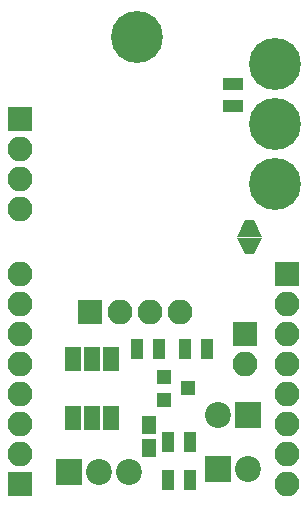
<source format=gbr>
G04 #@! TF.GenerationSoftware,KiCad,Pcbnew,5.0.0*
G04 #@! TF.CreationDate,2018-07-28T11:39:45+02:00*
G04 #@! TF.ProjectId,PTL-IR_remote,50544C2D49525F72656D6F74652E6B69,v1.1*
G04 #@! TF.SameCoordinates,Original*
G04 #@! TF.FileFunction,Soldermask,Top*
G04 #@! TF.FilePolarity,Negative*
%FSLAX46Y46*%
G04 Gerber Fmt 4.6, Leading zero omitted, Abs format (unit mm)*
G04 Created by KiCad (PCBNEW 5.0.0) date Sat Jul 28 11:39:45 2018*
%MOMM*%
%LPD*%
G01*
G04 APERTURE LIST*
%ADD10R,1.100000X1.700000*%
%ADD11R,1.400000X2.000000*%
%ADD12C,4.400500*%
%ADD13R,1.150000X1.600000*%
%ADD14C,1.294426*%
%ADD15C,0.100000*%
%ADD16R,1.700000X1.100000*%
%ADD17R,2.200000X2.200000*%
%ADD18C,2.200000*%
%ADD19R,1.300000X1.200000*%
%ADD20R,2.100000X2.100000*%
%ADD21O,2.100000X2.100000*%
G04 APERTURE END LIST*
D10*
G04 #@! TO.C,D3*
X183896000Y-106680000D03*
X185796000Y-106680000D03*
G04 #@! TD*
D11*
G04 #@! TO.C,D4*
X181686000Y-107482000D03*
X180086000Y-107482000D03*
X178486000Y-107482000D03*
X181686000Y-112482000D03*
X180086000Y-112482000D03*
X178486000Y-112482000D03*
G04 #@! TD*
D12*
G04 #@! TO.C,3V3*
X195580000Y-82550000D03*
G04 #@! TD*
G04 #@! TO.C,D6*
X195580000Y-87630000D03*
G04 #@! TD*
G04 #@! TO.C,Gnd*
X195580000Y-92710000D03*
G04 #@! TD*
D13*
G04 #@! TO.C,C1*
X184912000Y-113096000D03*
X184912000Y-114996000D03*
G04 #@! TD*
D14*
G04 #@! TO.C,JP1*
X193421000Y-97917000D03*
D15*
G36*
X192347393Y-97217000D02*
X194494607Y-97217000D01*
X193794607Y-98617000D01*
X193047393Y-98617000D01*
X192347393Y-97217000D01*
X192347393Y-97217000D01*
G37*
D14*
X193421000Y-96417000D03*
D15*
G36*
X193047393Y-95717000D02*
X193794607Y-95717000D01*
X194494607Y-97117000D01*
X192347393Y-97117000D01*
X193047393Y-95717000D01*
X193047393Y-95717000D01*
G37*
G04 #@! TD*
D16*
G04 #@! TO.C,R5*
X192024000Y-86106000D03*
X192024000Y-84206000D03*
G04 #@! TD*
D10*
G04 #@! TO.C,R4*
X186502000Y-117729000D03*
X188402000Y-117729000D03*
G04 #@! TD*
G04 #@! TO.C,R1*
X189860000Y-106680000D03*
X187960000Y-106680000D03*
G04 #@! TD*
G04 #@! TO.C,R2*
X186502000Y-114554000D03*
X188402000Y-114554000D03*
G04 #@! TD*
D17*
G04 #@! TO.C,D1*
X190754000Y-116840000D03*
D18*
X193294000Y-116840000D03*
G04 #@! TD*
D19*
G04 #@! TO.C,Q1*
X186198000Y-109032000D03*
X186198000Y-110932000D03*
X188198000Y-109982000D03*
G04 #@! TD*
D20*
G04 #@! TO.C,PR1*
X193040000Y-105410000D03*
D21*
X193040000Y-107950000D03*
G04 #@! TD*
D17*
G04 #@! TO.C,U1*
X178181000Y-117094000D03*
D18*
X180721000Y-117094000D03*
X183261000Y-117094000D03*
G04 #@! TD*
D17*
G04 #@! TO.C,D2*
X193294000Y-112268000D03*
D18*
X190754000Y-112268000D03*
G04 #@! TD*
D20*
G04 #@! TO.C,bme280*
X173990000Y-87185500D03*
D21*
X173990000Y-89725500D03*
X173990000Y-92265500D03*
X173990000Y-94805500D03*
G04 #@! TD*
D20*
G04 #@! TO.C,DHT22*
X179959000Y-103505000D03*
D21*
X182499000Y-103505000D03*
X185039000Y-103505000D03*
X187579000Y-103505000D03*
G04 #@! TD*
D20*
G04 #@! TO.C,J1*
X196659500Y-100266500D03*
D21*
X196659500Y-102806500D03*
X196659500Y-105346500D03*
X196659500Y-107886500D03*
X196659500Y-110426500D03*
X196659500Y-112966500D03*
X196659500Y-115506500D03*
X196659500Y-118046500D03*
G04 #@! TD*
D20*
G04 #@! TO.C,J2*
X173990000Y-118110000D03*
D21*
X173990000Y-115570000D03*
X173990000Y-113030000D03*
X173990000Y-110490000D03*
X173990000Y-107950000D03*
X173990000Y-105410000D03*
X173990000Y-102870000D03*
X173990000Y-100330000D03*
G04 #@! TD*
D12*
G04 #@! TO.C,screw*
X183896000Y-80264000D03*
G04 #@! TD*
M02*

</source>
